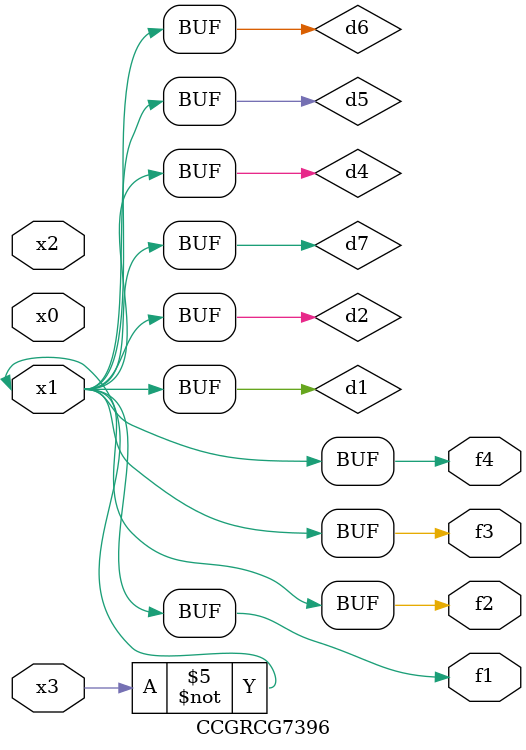
<source format=v>
module CCGRCG7396(
	input x0, x1, x2, x3,
	output f1, f2, f3, f4
);

	wire d1, d2, d3, d4, d5, d6, d7;

	not (d1, x3);
	buf (d2, x1);
	xnor (d3, d1, d2);
	nor (d4, d1);
	buf (d5, d1, d2);
	buf (d6, d4, d5);
	nand (d7, d4);
	assign f1 = d6;
	assign f2 = d7;
	assign f3 = d6;
	assign f4 = d6;
endmodule

</source>
